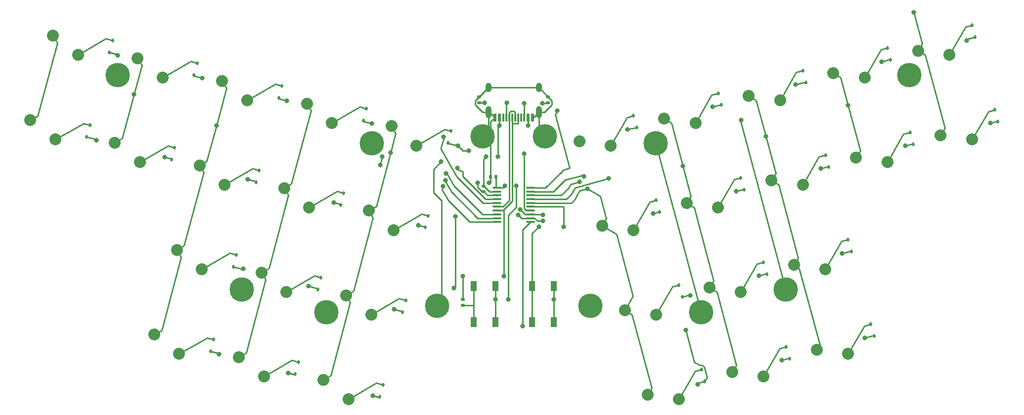
<source format=gbr>
%TF.GenerationSoftware,KiCad,Pcbnew,8.0.0*%
%TF.CreationDate,2024-03-16T16:30:29-05:00*%
%TF.ProjectId,rattlemebones32,72617474-6c65-46d6-9562-6f6e65733332,rev?*%
%TF.SameCoordinates,Original*%
%TF.FileFunction,Copper,L2,Bot*%
%TF.FilePolarity,Positive*%
%FSLAX46Y46*%
G04 Gerber Fmt 4.6, Leading zero omitted, Abs format (unit mm)*
G04 Created by KiCad (PCBNEW 8.0.0) date 2024-03-16 16:30:29*
%MOMM*%
%LPD*%
G01*
G04 APERTURE LIST*
G04 Aperture macros list*
%AMRoundRect*
0 Rectangle with rounded corners*
0 $1 Rounding radius*
0 $2 $3 $4 $5 $6 $7 $8 $9 X,Y pos of 4 corners*
0 Add a 4 corners polygon primitive as box body*
4,1,4,$2,$3,$4,$5,$6,$7,$8,$9,$2,$3,0*
0 Add four circle primitives for the rounded corners*
1,1,$1+$1,$2,$3*
1,1,$1+$1,$4,$5*
1,1,$1+$1,$6,$7*
1,1,$1+$1,$8,$9*
0 Add four rect primitives between the rounded corners*
20,1,$1+$1,$2,$3,$4,$5,0*
20,1,$1+$1,$4,$5,$6,$7,0*
20,1,$1+$1,$6,$7,$8,$9,0*
20,1,$1+$1,$8,$9,$2,$3,0*%
G04 Aperture macros list end*
%TA.AperFunction,ComponentPad*%
%ADD10C,2.032000*%
%TD*%
%TA.AperFunction,ComponentPad*%
%ADD11C,4.190000*%
%TD*%
%TA.AperFunction,SMDPad,CuDef*%
%ADD12RoundRect,0.112500X0.157195X-0.151994X0.060138X0.210228X-0.157195X0.151994X-0.060138X-0.210228X0*%
%TD*%
%TA.AperFunction,SMDPad,CuDef*%
%ADD13RoundRect,0.140000X0.140000X0.170000X-0.140000X0.170000X-0.140000X-0.170000X0.140000X-0.170000X0*%
%TD*%
%TA.AperFunction,SMDPad,CuDef*%
%ADD14RoundRect,0.112500X0.060138X-0.210228X0.157195X0.151994X-0.060138X0.210228X-0.157195X-0.151994X0*%
%TD*%
%TA.AperFunction,SMDPad,CuDef*%
%ADD15R,0.600000X1.450000*%
%TD*%
%TA.AperFunction,SMDPad,CuDef*%
%ADD16R,0.300000X1.450000*%
%TD*%
%TA.AperFunction,ComponentPad*%
%ADD17O,1.000000X1.600000*%
%TD*%
%TA.AperFunction,ComponentPad*%
%ADD18O,1.000000X2.100000*%
%TD*%
%TA.AperFunction,SMDPad,CuDef*%
%ADD19R,1.100000X1.800000*%
%TD*%
%TA.AperFunction,SMDPad,CuDef*%
%ADD20RoundRect,0.100000X0.637500X0.100000X-0.637500X0.100000X-0.637500X-0.100000X0.637500X-0.100000X0*%
%TD*%
%TA.AperFunction,SMDPad,CuDef*%
%ADD21RoundRect,0.135000X0.185000X-0.135000X0.185000X0.135000X-0.185000X0.135000X-0.185000X-0.135000X0*%
%TD*%
%TA.AperFunction,SMDPad,CuDef*%
%ADD22RoundRect,0.135000X-0.185000X0.135000X-0.185000X-0.135000X0.185000X-0.135000X0.185000X0.135000X0*%
%TD*%
%TA.AperFunction,SMDPad,CuDef*%
%ADD23RoundRect,0.140000X-0.170000X0.140000X-0.170000X-0.140000X0.170000X-0.140000X0.170000X0.140000X0*%
%TD*%
%TA.AperFunction,ViaPad*%
%ADD24C,0.800000*%
%TD*%
%TA.AperFunction,Conductor*%
%ADD25C,0.250000*%
%TD*%
G04 APERTURE END LIST*
D10*
%TO.P,SW21,2,2*%
%TO.N,col8*%
X95455063Y-45453403D03*
%TO.P,SW21,1,1*%
%TO.N,Net-(D21-A)*%
X99741174Y-48775942D03*
%TD*%
%TO.P,SW3,2,2*%
%TO.N,col9*%
X88730747Y-12593341D03*
%TO.P,SW3,1,1*%
%TO.N,Net-(D3-A)*%
X93016858Y-15915880D03*
%TD*%
%TO.P,SW28,2,2*%
%TO.N,col3*%
X205024500Y-62530479D03*
%TO.P,SW28,1,1*%
%TO.N,Net-(D28-A)*%
X210397649Y-63264827D03*
%TD*%
%TO.P,SW16,2,2*%
%TO.N,col3*%
X197259926Y-33552705D03*
%TO.P,SW16,1,1*%
%TO.N,Net-(D16-A)*%
X202633075Y-34287053D03*
%TD*%
%TO.P,SW7,2,2*%
%TO.N,col7*%
X117708524Y-20357912D03*
%TO.P,SW7,1,1*%
%TO.N,Net-(D7-A)*%
X121994635Y-23680451D03*
%TD*%
%TO.P,SW11,2,2*%
%TO.N,col6*%
X132197411Y-24240198D03*
%TO.P,SW11,1,1*%
%TO.N,Net-(D11-A)*%
X136483522Y-27562737D03*
%TD*%
%TO.P,SW27,2,2*%
%TO.N,col8*%
X91572782Y-59942288D03*
%TO.P,SW27,1,1*%
%TO.N,Net-(D27-A)*%
X95858893Y-63264827D03*
%TD*%
%TO.P,SW6,2,2*%
%TO.N,col3*%
X193377640Y-19063817D03*
%TO.P,SW6,1,1*%
%TO.N,Net-(D6-A)*%
X198750789Y-19798165D03*
%TD*%
%TO.P,SW31,2,2*%
%TO.N,col6*%
X120550556Y-67706859D03*
%TO.P,SW31,1,1*%
%TO.N,Net-(D31-A)*%
X124836667Y-71029398D03*
%TD*%
%TO.P,SW25,2,2*%
%TO.N,col6*%
X124432838Y-53217972D03*
%TO.P,SW25,1,1*%
%TO.N,Net-(D25-A)*%
X128718949Y-56540511D03*
%TD*%
%TO.P,SW5,2,2*%
%TO.N,col8*%
X103219638Y-16475626D03*
%TO.P,SW5,1,1*%
%TO.N,Net-(D5-A)*%
X107505749Y-19798165D03*
%TD*%
%TO.P,SW24,2,2*%
%TO.N,col4*%
X186653325Y-51923880D03*
%TO.P,SW24,1,1*%
%TO.N,Net-(D24-A)*%
X192026474Y-52658228D03*
%TD*%
%TO.P,SW9,2,2*%
%TO.N,col10*%
X70359578Y-23199944D03*
%TO.P,SW9,1,1*%
%TO.N,Net-(D9-A)*%
X74645689Y-26522483D03*
%TD*%
%TO.P,SW10,2,2*%
%TO.N,col1*%
X226237701Y-25788131D03*
%TO.P,SW10,1,1*%
%TO.N,Net-(D10-A)*%
X231610850Y-26522479D03*
%TD*%
%TO.P,SW23,2,2*%
%TO.N,col7*%
X109943954Y-49335689D03*
%TO.P,SW23,1,1*%
%TO.N,Net-(D23-A)*%
X114230065Y-52658228D03*
%TD*%
%TO.P,SW26,2,2*%
%TO.N,col5*%
X172164439Y-55806164D03*
%TO.P,SW26,1,1*%
%TO.N,Net-(D26-A)*%
X177537588Y-56540512D03*
%TD*%
%TO.P,SW13,2,2*%
%TO.N,col9*%
X84848460Y-27082224D03*
%TO.P,SW13,1,1*%
%TO.N,Net-(D13-A)*%
X89134571Y-30404763D03*
%TD*%
%TO.P,SW32,2,2*%
%TO.N,col5*%
X176046724Y-70295053D03*
%TO.P,SW32,1,1*%
%TO.N,Net-(D32-A)*%
X181419873Y-71029401D03*
%TD*%
%TO.P,SW19,2,2*%
%TO.N,col6*%
X128315127Y-38729085D03*
%TO.P,SW19,1,1*%
%TO.N,Net-(D19-A)*%
X132601238Y-42051624D03*
%TD*%
%TO.P,SW15,2,2*%
%TO.N,col8*%
X99337350Y-30964514D03*
%TO.P,SW15,1,1*%
%TO.N,Net-(D15-A)*%
X103623461Y-34287053D03*
%TD*%
%TO.P,SW12,2,2*%
%TO.N,col5*%
X164399867Y-26828391D03*
%TO.P,SW12,1,1*%
%TO.N,Net-(D12-A)*%
X169773016Y-27562739D03*
%TD*%
%TO.P,SW22,2,2*%
%TO.N,col3*%
X201142214Y-48041594D03*
%TO.P,SW22,1,1*%
%TO.N,Net-(D22-A)*%
X206515363Y-48775942D03*
%TD*%
%TO.P,SW20,2,2*%
%TO.N,col5*%
X168282149Y-41317276D03*
%TO.P,SW20,1,1*%
%TO.N,Net-(D20-A)*%
X173655298Y-42051624D03*
%TD*%
%TO.P,SW14,2,2*%
%TO.N,col2*%
X211748813Y-29670420D03*
%TO.P,SW14,1,1*%
%TO.N,Net-(D14-A)*%
X217121962Y-30404768D03*
%TD*%
%TO.P,SW30,2,2*%
%TO.N,col4*%
X190535612Y-66412762D03*
%TO.P,SW30,1,1*%
%TO.N,Net-(D30-A)*%
X195908761Y-67147110D03*
%TD*%
%TO.P,SW1,2,2*%
%TO.N,col10*%
X74241861Y-8711056D03*
%TO.P,SW1,1,1*%
%TO.N,Net-(D1-A)*%
X78527972Y-12033595D03*
%TD*%
%TO.P,SW18,2,2*%
%TO.N,col4*%
X182771039Y-37434993D03*
%TO.P,SW18,1,1*%
%TO.N,Net-(D18-A)*%
X188144188Y-38169341D03*
%TD*%
%TO.P,SW4,2,2*%
%TO.N,col2*%
X207866532Y-15181533D03*
%TO.P,SW4,1,1*%
%TO.N,Net-(D4-A)*%
X213239681Y-15915881D03*
%TD*%
%TO.P,SW2,2,2*%
%TO.N,col1*%
X222355415Y-11299248D03*
%TO.P,SW2,1,1*%
%TO.N,Net-(D2-A)*%
X227728564Y-12033596D03*
%TD*%
%TO.P,SW17,2,2*%
%TO.N,col7*%
X113826240Y-34846801D03*
%TO.P,SW17,1,1*%
%TO.N,Net-(D17-A)*%
X118112351Y-38169340D03*
%TD*%
%TO.P,SW29,2,2*%
%TO.N,col7*%
X106061667Y-63824574D03*
%TO.P,SW29,1,1*%
%TO.N,Net-(D29-A)*%
X110347778Y-67147113D03*
%TD*%
%TO.P,SW8,2,2*%
%TO.N,col4*%
X178888757Y-22946101D03*
%TO.P,SW8,1,1*%
%TO.N,Net-(D8-A)*%
X184261906Y-23680449D03*
%TD*%
D11*
%TO.P,H11,1,1*%
%TO.N,GND*%
X140000000Y-55000000D03*
%TD*%
D12*
%TO.P,D18,2,A*%
%TO.N,Net-(D18-A)*%
X192036519Y-33068109D03*
%TO.P,D18,1,K*%
%TO.N,row2*%
X192580039Y-35096553D03*
%TD*%
D11*
%TO.P,H4,1,1*%
%TO.N,GND*%
X121060425Y-56136813D03*
%TD*%
D13*
%TO.P,C2,2*%
%TO.N,GND*%
X149128462Y-32926925D03*
%TO.P,C2,1*%
%TO.N,+3.3V*%
X150088462Y-32926925D03*
%TD*%
D12*
%TO.P,D16,2,A*%
%TO.N,Net-(D16-A)*%
X206525411Y-29185822D03*
%TO.P,D16,1,K*%
%TO.N,row2*%
X207068931Y-31214266D03*
%TD*%
D11*
%TO.P,H9,1,1*%
%TO.N,GND*%
X147764575Y-26022225D03*
%TD*%
D14*
%TO.P,D11,2,A*%
%TO.N,Net-(D11-A)*%
X142404995Y-25091109D03*
%TO.P,D11,1,K*%
%TO.N,row1*%
X141861475Y-27119553D03*
%TD*%
D11*
%TO.P,H8,1,1*%
%TO.N,GND*%
X199685055Y-52254529D03*
%TD*%
D12*
%TO.P,D4,2,A*%
%TO.N,Net-(D4-A)*%
X217132006Y-10814649D03*
%TO.P,D4,1,K*%
%TO.N,row1*%
X217675526Y-12843093D03*
%TD*%
D15*
%TO.P,J1,A1,GND*%
%TO.N,GND*%
X149878393Y-22730378D03*
%TO.P,J1,A4,VBUS*%
%TO.N,VBUS*%
X150678393Y-22730378D03*
D16*
%TO.P,J1,A5,CC1*%
%TO.N,CC1*%
X151878393Y-22730378D03*
%TO.P,J1,A6,D+*%
%TO.N,UDP*%
X152878393Y-22730378D03*
%TO.P,J1,A7,D-*%
%TO.N,UDM*%
X153378393Y-22730378D03*
%TO.P,J1,A8,SBU1*%
%TO.N,unconnected-(J1-SBU1-PadA8)*%
X154378393Y-22730378D03*
D15*
%TO.P,J1,A9,VBUS*%
%TO.N,VBUS*%
X155578393Y-22730378D03*
%TO.P,J1,A12,GND*%
%TO.N,GND*%
X156378393Y-22730378D03*
%TO.P,J1,B1,GND*%
X156378393Y-22730378D03*
%TO.P,J1,B4,VBUS*%
%TO.N,VBUS*%
X155578393Y-22730378D03*
D16*
%TO.P,J1,B5,CC2*%
%TO.N,CC2*%
X154878393Y-22730378D03*
%TO.P,J1,B6,D+*%
%TO.N,UDP*%
X153878393Y-22730378D03*
%TO.P,J1,B7,D-*%
%TO.N,UDM*%
X152378393Y-22730378D03*
%TO.P,J1,B8,SBU2*%
%TO.N,unconnected-(J1-SBU2-PadB8)*%
X151378393Y-22730378D03*
D15*
%TO.P,J1,B9,VBUS*%
%TO.N,VBUS*%
X150678393Y-22730378D03*
%TO.P,J1,B12,GND*%
%TO.N,GND*%
X149878393Y-22730378D03*
D17*
%TO.P,J1,S1,SHIELD*%
X148808393Y-17635378D03*
D18*
X148808393Y-21815378D03*
D17*
X157448393Y-17635378D03*
D18*
X157448393Y-21815378D03*
%TD*%
D19*
%TO.P,SW33,2,2*%
%TO.N,+3.3V*%
X149978393Y-57826925D03*
X149978393Y-51626924D03*
%TO.P,SW33,1,1*%
%TO.N,BOOT*%
X146278393Y-57826926D03*
X146278393Y-51626925D03*
%TD*%
D14*
%TO.P,D31,2,A*%
%TO.N,Net-(D31-A)*%
X130758140Y-68557770D03*
%TO.P,D31,1,K*%
%TO.N,row4*%
X130214620Y-70586214D03*
%TD*%
D20*
%TO.P,U1,20,V33*%
%TO.N,+3.3V*%
X150265895Y-34801924D03*
%TO.P,U1,19,VCC/VDD*%
%TO.N,VBUS*%
X150265895Y-35451924D03*
%TO.P,U1,18,GND/VSS*%
%TO.N,GND*%
X150265895Y-36101924D03*
%TO.P,U1,17,P1.2/XI/RXD_*%
%TO.N,col6*%
X150265896Y-36751924D03*
%TO.P,U1,16,P1.3/XO/TXD_*%
%TO.N,col7*%
X150265896Y-37401924D03*
%TO.P,U1,15,P3.7/UDM*%
%TO.N,UDM*%
X150265896Y-38051924D03*
%TO.P,U1,14,P3.6/UDP*%
%TO.N,UDP*%
X150265895Y-38701924D03*
%TO.P,U1,13,P3.5/T1*%
%TO.N,col8*%
X150265895Y-39351924D03*
%TO.P,U1,12,P3.4/PWM2/RXD1_/T0*%
%TO.N,col9*%
X150265895Y-40001924D03*
%TO.P,U1,11,P3.3/INT1*%
%TO.N,col10*%
X150265895Y-40651924D03*
%TO.P,U1,10,P3.0/PWM1_/RXD*%
%TO.N,row4*%
X155990895Y-40651924D03*
%TO.P,U1,9,P3.1/PWM2_/TXD*%
%TO.N,row3*%
X155990895Y-40001924D03*
%TO.P,U1,8,P1.1/T2EX/CAP2/TIN1/VBUS2/AIN0*%
%TO.N,row2*%
X155990895Y-39351924D03*
%TO.P,U1,7,P1.0/T2/CAP1/TIN0*%
%TO.N,row1*%
X155990894Y-38701924D03*
%TO.P,U1,6,RST/T2EX_/CAP2_*%
%TO.N,RST*%
X155990894Y-38051924D03*
%TO.P,U1,5,P1.7/SCK/TXD1/TIN5*%
%TO.N,col5*%
X155990894Y-37401924D03*
%TO.P,U1,4,P1.6/MISO/RXD1/TIN4*%
%TO.N,col4*%
X155990895Y-36751924D03*
%TO.P,U1,3,P1.5/MOSI/PWM1/TIN3/UCC2/AIN2*%
%TO.N,col3*%
X155990895Y-36101924D03*
%TO.P,U1,2,P1.4/T2_/CAP1_/SCS/TIN2/UCC1/AIN1*%
%TO.N,col2*%
X155990895Y-35451924D03*
%TO.P,U1,1,P3.2/TXD1_/INT0/VBUS1/AIN3*%
%TO.N,col1*%
X155990895Y-34801924D03*
%TD*%
D14*
%TO.P,D27,2,A*%
%TO.N,Net-(D27-A)*%
X101780362Y-60793200D03*
%TO.P,D27,1,K*%
%TO.N,row4*%
X101236842Y-62821644D03*
%TD*%
D11*
%TO.P,H3,1,1*%
%TO.N,GND*%
X106571537Y-52254528D03*
%TD*%
%TO.P,H10,1,1*%
%TO.N,GND*%
X158492016Y-26022227D03*
%TD*%
D14*
%TO.P,D17,2,A*%
%TO.N,Net-(D17-A)*%
X124033823Y-35697712D03*
%TO.P,D17,1,K*%
%TO.N,row2*%
X123490303Y-37726156D03*
%TD*%
%TO.P,D9,2,A*%
%TO.N,Net-(D9-A)*%
X80567158Y-24050852D03*
%TO.P,D9,1,K*%
%TO.N,row2*%
X80023638Y-26079296D03*
%TD*%
D12*
%TO.P,D26,2,A*%
%TO.N,Net-(D26-A)*%
X181429919Y-51439283D03*
%TO.P,D26,1,K*%
%TO.N,row3*%
X181973439Y-53467727D03*
%TD*%
D19*
%TO.P,SW34,2,2*%
%TO.N,+3.3V*%
X159978393Y-57826925D03*
X159978393Y-51626924D03*
%TO.P,SW34,1,1*%
%TO.N,RST*%
X156278393Y-57826926D03*
X156278393Y-51626925D03*
%TD*%
D11*
%TO.P,H2,1,1*%
%TO.N,GND*%
X128824998Y-27159037D03*
%TD*%
D21*
%TO.P,R4,2*%
%TO.N,GND*%
X147208466Y-19216923D03*
%TO.P,R4,1*%
%TO.N,CC1*%
X147208466Y-20236923D03*
%TD*%
D12*
%TO.P,D6,2,A*%
%TO.N,Net-(D6-A)*%
X202643119Y-14696938D03*
%TO.P,D6,1,K*%
%TO.N,row1*%
X203186639Y-16725382D03*
%TD*%
%TO.P,D12,2,A*%
%TO.N,Net-(D12-A)*%
X173665346Y-22461509D03*
%TO.P,D12,1,K*%
%TO.N,row1*%
X174208866Y-24489953D03*
%TD*%
D11*
%TO.P,H1,1,1*%
%TO.N,GND*%
X85358332Y-15512182D03*
%TD*%
D12*
%TO.P,D32,2,A*%
%TO.N,Net-(D32-A)*%
X185312204Y-65928171D03*
%TO.P,D32,1,K*%
%TO.N,row4*%
X185855724Y-67956615D03*
%TD*%
D21*
%TO.P,R5,2*%
%TO.N,GND*%
X159008462Y-19216923D03*
%TO.P,R5,1*%
%TO.N,CC2*%
X159008462Y-20236923D03*
%TD*%
D11*
%TO.P,H6,1,1*%
%TO.N,GND*%
X220898259Y-15512180D03*
%TD*%
D12*
%TO.P,D22,2,A*%
%TO.N,Net-(D22-A)*%
X210407696Y-43674711D03*
%TO.P,D22,1,K*%
%TO.N,row3*%
X210951216Y-45703155D03*
%TD*%
D22*
%TO.P,R1,2*%
%TO.N,BOOT*%
X144408463Y-54926923D03*
%TO.P,R1,1*%
%TO.N,UDP*%
X144408463Y-53906923D03*
%TD*%
D14*
%TO.P,D13,2,A*%
%TO.N,Net-(D13-A)*%
X95056048Y-27933139D03*
%TO.P,D13,1,K*%
%TO.N,row2*%
X94512528Y-29961583D03*
%TD*%
%TO.P,D7,2,A*%
%TO.N,Net-(D7-A)*%
X127916110Y-21208824D03*
%TO.P,D7,1,K*%
%TO.N,row1*%
X127372590Y-23237268D03*
%TD*%
D12*
%TO.P,D10,2,A*%
%TO.N,Net-(D10-A)*%
X235503186Y-21421251D03*
%TO.P,D10,1,K*%
%TO.N,row2*%
X236046706Y-23449695D03*
%TD*%
D11*
%TO.P,H5,1,1*%
%TO.N,GND*%
X177431599Y-27159038D03*
%TD*%
D12*
%TO.P,D28,2,A*%
%TO.N,Net-(D28-A)*%
X214289979Y-58163598D03*
%TO.P,D28,1,K*%
%TO.N,row4*%
X214833499Y-60192042D03*
%TD*%
D11*
%TO.P,H12,1,1*%
%TO.N,GND*%
X166256587Y-55000004D03*
%TD*%
D14*
%TO.P,D5,2,A*%
%TO.N,Net-(D5-A)*%
X113427221Y-17326538D03*
%TO.P,D5,1,K*%
%TO.N,row1*%
X112883701Y-19354982D03*
%TD*%
%TO.P,D3,2,A*%
%TO.N,Net-(D3-A)*%
X98938335Y-13444255D03*
%TO.P,D3,1,K*%
%TO.N,row1*%
X98394815Y-15472699D03*
%TD*%
%TO.P,D23,2,A*%
%TO.N,Net-(D23-A)*%
X120151535Y-50186599D03*
%TO.P,D23,1,K*%
%TO.N,row3*%
X119608015Y-52215043D03*
%TD*%
D12*
%TO.P,D2,2,A*%
%TO.N,Net-(D2-A)*%
X231620896Y-6932364D03*
%TO.P,D2,1,K*%
%TO.N,row1*%
X232164416Y-8960808D03*
%TD*%
D14*
%TO.P,D21,2,A*%
%TO.N,Net-(D21-A)*%
X105662650Y-46304312D03*
%TO.P,D21,1,K*%
%TO.N,row3*%
X105119130Y-48332756D03*
%TD*%
D11*
%TO.P,H7,1,1*%
%TO.N,GND*%
X185196166Y-56136813D03*
%TD*%
D14*
%TO.P,D25,2,A*%
%TO.N,Net-(D25-A)*%
X134640426Y-54068884D03*
%TO.P,D25,1,K*%
%TO.N,row3*%
X134096906Y-56097328D03*
%TD*%
D12*
%TO.P,D14,2,A*%
%TO.N,Net-(D14-A)*%
X221014296Y-25303538D03*
%TO.P,D14,1,K*%
%TO.N,row2*%
X221557816Y-27331982D03*
%TD*%
D14*
%TO.P,D29,2,A*%
%TO.N,Net-(D29-A)*%
X116269250Y-64675487D03*
%TO.P,D29,1,K*%
%TO.N,row4*%
X115725730Y-66703931D03*
%TD*%
D12*
%TO.P,D8,2,A*%
%TO.N,Net-(D8-A)*%
X188154234Y-18579220D03*
%TO.P,D8,1,K*%
%TO.N,row1*%
X188697754Y-20607664D03*
%TD*%
%TO.P,D20,2,A*%
%TO.N,Net-(D20-A)*%
X177547633Y-36950395D03*
%TO.P,D20,1,K*%
%TO.N,row2*%
X178091153Y-38978839D03*
%TD*%
D14*
%TO.P,D15,2,A*%
%TO.N,Net-(D15-A)*%
X109544937Y-31815426D03*
%TO.P,D15,1,K*%
%TO.N,row2*%
X109001417Y-33843870D03*
%TD*%
%TO.P,D19,2,A*%
%TO.N,Net-(D19-A)*%
X138522711Y-39579996D03*
%TO.P,D19,1,K*%
%TO.N,row2*%
X137979191Y-41608440D03*
%TD*%
D12*
%TO.P,D30,2,A*%
%TO.N,Net-(D30-A)*%
X199801090Y-62045883D03*
%TO.P,D30,1,K*%
%TO.N,row4*%
X200344610Y-64074327D03*
%TD*%
%TO.P,D24,2,A*%
%TO.N,Net-(D24-A)*%
X195918805Y-47556997D03*
%TO.P,D24,1,K*%
%TO.N,row3*%
X196462325Y-49585441D03*
%TD*%
D23*
%TO.P,C1,2*%
%TO.N,GND*%
X148008463Y-35459903D03*
%TO.P,C1,1*%
%TO.N,VBUS*%
X148008463Y-34499903D03*
%TD*%
D14*
%TO.P,D1,2,A*%
%TO.N,Net-(D1-A)*%
X84449445Y-9561967D03*
%TO.P,D1,1,K*%
%TO.N,row1*%
X83905925Y-11590411D03*
%TD*%
D24*
%TO.N,VBUS*%
X155627195Y-24159906D03*
X150677196Y-24159905D03*
X148403964Y-29459903D03*
X150427198Y-29459905D03*
%TO.N,GND*%
X192104275Y-23227504D03*
X148927198Y-33959905D03*
X146927197Y-33959902D03*
X140673140Y-30333738D03*
%TO.N,+3.3V*%
X159978393Y-53948085D03*
X151653894Y-34448084D03*
X153602894Y-34448085D03*
X149978393Y-53948084D03*
X152173139Y-53948083D03*
%TO.N,row1*%
X230664016Y-9525915D03*
X154927196Y-28959905D03*
X216110424Y-13166719D03*
X85331925Y-12126080D03*
X187132649Y-20931290D03*
X172643762Y-24813576D03*
X128798588Y-23772937D03*
X145427196Y-28459904D03*
X99820813Y-16008366D03*
X201380055Y-17113709D03*
X143549664Y-27619124D03*
X114309701Y-19890651D03*
%TO.N,row2*%
X107594341Y-33361601D03*
X136813598Y-41190876D03*
X122324711Y-37308590D03*
X158173139Y-39448085D03*
X81691121Y-26679672D03*
X177009011Y-39173054D03*
X205745304Y-31473187D03*
X234723079Y-23708616D03*
X93346935Y-29544019D03*
X191256417Y-35355473D03*
X154212752Y-38496008D03*
X220234191Y-27590902D03*
%TO.N,row3*%
X132689832Y-55615060D03*
X209386108Y-46026779D03*
X143157189Y-39689893D03*
X183370816Y-53256375D03*
X195138702Y-49844360D03*
X153927196Y-39459903D03*
X117959462Y-51668069D03*
X106851315Y-48691650D03*
X158173139Y-40448084D03*
X142927196Y-51959904D03*
%TO.N,row4*%
X102662844Y-63357314D03*
X199020988Y-64333248D03*
X213268394Y-60515667D03*
X184596805Y-68457015D03*
X182607356Y-59214193D03*
X128984322Y-70410134D03*
X114495434Y-66527846D03*
X154673140Y-58459905D03*
%TO.N,CC1*%
X148177196Y-20209903D03*
X151927197Y-20209905D03*
%TO.N,UDP*%
X151427199Y-49959904D03*
X144427195Y-49959903D03*
%TO.N,CC2*%
X158077197Y-20309905D03*
X154877197Y-20309903D03*
%TO.N,col1*%
X221607839Y-4705577D03*
X160616600Y-21624999D03*
%TO.N,col10*%
X141036274Y-34499755D03*
%TO.N,col2*%
X165171318Y-32827881D03*
X210384654Y-20653772D03*
%TO.N,col9*%
X141421861Y-33483490D03*
X88113056Y-18824119D03*
%TO.N,col3*%
X164401128Y-33817200D03*
X196283992Y-25984948D03*
%TO.N,col8*%
X130255523Y-30892617D03*
X141510417Y-32355444D03*
X102213718Y-24155295D03*
X130649870Y-29420893D03*
%TO.N,col4*%
X182118628Y-31074641D03*
X169418274Y-33222916D03*
%TO.N,col7*%
X141131479Y-26042250D03*
%TO.N,col5*%
X165782861Y-34947598D03*
%TO.N,col6*%
X143507916Y-31442524D03*
X132032653Y-28780607D03*
%TO.N,RST*%
X161673140Y-41448084D03*
X157427197Y-41459905D03*
%TD*%
D25*
%TO.N,row1*%
X112988596Y-19536662D02*
X112883701Y-19354982D01*
X155253395Y-38701924D02*
X154927196Y-38375727D01*
X174095598Y-24424558D02*
X174208866Y-24489953D01*
X83905925Y-11590411D02*
X85227032Y-11944401D01*
X99820813Y-16008366D02*
X98499708Y-15654376D01*
X217562262Y-12777700D02*
X217675526Y-12843093D01*
X145427196Y-28459904D02*
X144390444Y-28459903D01*
X98444306Y-15558416D02*
X98394814Y-15472697D01*
X172643762Y-24813576D02*
X174095598Y-24424558D01*
X127422080Y-23322989D02*
X127372587Y-23237269D01*
X85227032Y-11944401D02*
X85331925Y-12126080D01*
X154927196Y-38375727D02*
X154927196Y-28959905D01*
X155990892Y-38701925D02*
X155253395Y-38701924D01*
X112933194Y-19440705D02*
X112883702Y-19354981D01*
X232164416Y-8960808D02*
X230775399Y-9332994D01*
X203073371Y-16659987D02*
X203186639Y-16725382D01*
X98499708Y-15654376D02*
X98394814Y-15472697D01*
X216110424Y-13166719D02*
X217562262Y-12777700D01*
X230775399Y-9332994D02*
X230664016Y-9525915D01*
X127477484Y-23418949D02*
X127372590Y-23237268D01*
X143549664Y-27619124D02*
X141893730Y-27175417D01*
X201380055Y-17113709D02*
X203073371Y-16659987D01*
X144390444Y-28459903D02*
X143549664Y-27619124D01*
X187132649Y-20931290D02*
X188584489Y-20542271D01*
X114309701Y-19890651D02*
X112988596Y-19536662D01*
X128798588Y-23772937D02*
X127477484Y-23418949D01*
X141893730Y-27175417D02*
X141861475Y-27119554D01*
%TO.N,+3.3V*%
X149978393Y-53948084D02*
X149978394Y-57826925D01*
X150265893Y-34801924D02*
X151300055Y-34801924D01*
X150088461Y-34624493D02*
X150265892Y-34801924D01*
X150088464Y-32926923D02*
X150088461Y-34624493D01*
X151300055Y-34801924D02*
X151653894Y-34448084D01*
X159978393Y-51626926D02*
X159978393Y-53948085D01*
X152173140Y-39510313D02*
X152173139Y-53948083D01*
X153602894Y-34448085D02*
X153602893Y-38080559D01*
X153602893Y-38080559D02*
X152173140Y-39510313D01*
X149978392Y-51626923D02*
X149978393Y-53948084D01*
X159978393Y-53948085D02*
X159978395Y-57826925D01*
%TO.N,col5*%
X176046725Y-70295053D02*
X176765145Y-69050714D01*
%TO.N,col6*%
X129559466Y-38010665D02*
X132032653Y-28780607D01*
X121794897Y-66988440D02*
X125151260Y-54462316D01*
X144427198Y-31959904D02*
X143693056Y-31763192D01*
X129033545Y-39973423D02*
X128315126Y-38729086D01*
X125151260Y-54462316D02*
X124432839Y-53217973D01*
X124432839Y-53217973D02*
X125677180Y-52499553D01*
X120550558Y-67706859D02*
X121794897Y-66988440D01*
X132032653Y-28780607D02*
X132915833Y-25484536D01*
%TO.N,col5*%
X170712614Y-42720506D02*
X168282150Y-41317276D01*
X163427196Y-36959903D02*
X164370863Y-35325423D01*
X155990892Y-37401925D02*
X162985175Y-37401922D01*
X168282150Y-41317276D02*
X169000569Y-40072937D01*
X167964784Y-36207332D02*
X165782861Y-34947598D01*
X165782247Y-34947244D02*
X165782861Y-34947598D01*
X173567666Y-53375705D02*
X170712614Y-42720506D01*
X164370863Y-35325423D02*
X165782247Y-34947244D01*
%TO.N,col6*%
X150265895Y-36751925D02*
X148332874Y-36751925D01*
X128315126Y-38729086D02*
X129559466Y-38010665D01*
X125677180Y-52499553D02*
X129033545Y-39973423D01*
%TO.N,RST*%
X156278393Y-51626922D02*
X156278393Y-57826924D01*
X156278396Y-42608708D02*
X156278393Y-51626922D01*
X157427197Y-41459905D02*
X156278396Y-42608708D01*
X161673140Y-41448084D02*
X161673139Y-38126425D01*
X155990894Y-38051924D02*
X161598639Y-38051923D01*
%TO.N,col6*%
X148332874Y-36751925D02*
X144427197Y-32846249D01*
%TO.N,RST*%
X161598639Y-38051923D02*
X161673139Y-38126425D01*
%TO.N,col6*%
X143693056Y-31763192D02*
X143507916Y-31442524D01*
X144427197Y-32846249D02*
X144427198Y-31959904D01*
X132915833Y-25484536D02*
X132197414Y-24240198D01*
%TO.N,col3*%
X162846423Y-34233782D02*
X164401128Y-33817200D01*
%TO.N,col10*%
X71603918Y-22481524D02*
X74960284Y-9955397D01*
%TO.N,col3*%
X197978346Y-32308366D02*
X197259927Y-33552705D01*
X162427196Y-34959905D02*
X162846423Y-34233782D01*
X155990895Y-36101924D02*
X161285177Y-36101923D01*
%TO.N,col10*%
X145619215Y-40651922D02*
X141927197Y-36959905D01*
%TO.N,col9*%
X146969220Y-40001923D02*
X142427196Y-35459903D01*
X142427196Y-35459903D02*
X141378830Y-33644082D01*
X141378830Y-33644082D02*
X141421861Y-33483490D01*
X86092801Y-26363805D02*
X88113056Y-18824119D01*
X84848464Y-27082226D02*
X86092801Y-26363805D01*
X89449166Y-13837680D02*
X88730748Y-12593342D01*
X88113056Y-18824119D02*
X89449166Y-13837680D01*
X150265892Y-40001924D02*
X146969220Y-40001923D01*
%TO.N,col2*%
X155990892Y-35451924D02*
X159935176Y-35451925D01*
X161927195Y-33459904D02*
X164890664Y-32665845D01*
X159935176Y-35451925D02*
X161927195Y-33459904D01*
X210384654Y-20653772D02*
X212467236Y-28426074D01*
X212467236Y-28426074D02*
X211748813Y-29670420D01*
X164890664Y-32665845D02*
X165171318Y-32827881D01*
X207866533Y-15181533D02*
X209110872Y-15899953D01*
X209110872Y-15899953D02*
X210384654Y-20653772D01*
%TO.N,col10*%
X140868448Y-35126095D02*
X141036274Y-34499755D01*
X74960284Y-9955397D02*
X74241863Y-8711056D01*
X150265896Y-40651922D02*
X145619215Y-40651922D01*
X70359579Y-23199943D02*
X71603918Y-22481524D01*
X141927197Y-36959905D02*
X140868448Y-35126095D01*
%TO.N,col1*%
X226956120Y-24543794D02*
X226237702Y-25788131D01*
X223051537Y-10093530D02*
X222355415Y-11299249D01*
X223599755Y-12017669D02*
X226956120Y-24543794D01*
%TO.N,UDP*%
X144408464Y-51587235D02*
X144427199Y-51568499D01*
%TO.N,col1*%
X221607839Y-4705577D02*
X223051537Y-10093530D01*
X158585177Y-34801924D02*
X161427197Y-31959904D01*
X161427197Y-31959904D02*
X161563348Y-31724080D01*
X155990892Y-34801925D02*
X158585177Y-34801924D01*
X222355415Y-11299249D02*
X223599755Y-12017669D01*
X160263046Y-22237371D02*
X160616600Y-21624999D01*
X161563348Y-31724080D02*
X162721828Y-31413666D01*
X162721828Y-31413666D02*
X160263046Y-22237371D01*
%TO.N,UDP*%
X151271572Y-38701924D02*
X150265895Y-38701925D01*
X151427199Y-49959904D02*
X151427195Y-38546298D01*
%TO.N,BOOT*%
X146278393Y-51626924D02*
X146278391Y-54959903D01*
X144408463Y-54926923D02*
X146245413Y-54926923D01*
X146245413Y-54926923D02*
X146278391Y-54959903D01*
X146278391Y-54959903D02*
X146278393Y-57826924D01*
%TO.N,CC2*%
X154878391Y-20311099D02*
X154877197Y-20309903D01*
X158077197Y-20309905D02*
X158935484Y-20309906D01*
%TO.N,UDP*%
X151427195Y-38546298D02*
X151470394Y-38503103D01*
%TO.N,CC2*%
X158935484Y-20309906D02*
X159008464Y-20236924D01*
X154878391Y-22730378D02*
X154878391Y-20311099D01*
%TO.N,UDM*%
X152378393Y-36958707D02*
X151285176Y-38051923D01*
X152593773Y-21680379D02*
X153163013Y-21680379D01*
X151285176Y-38051923D02*
X150265891Y-38051923D01*
X153163013Y-21680379D02*
X153378392Y-21895759D01*
X153378392Y-21895759D02*
X153378394Y-22730379D01*
X152378393Y-22730380D02*
X152378393Y-36958707D01*
X152378393Y-21895758D02*
X152593773Y-21680379D01*
%TO.N,UDP*%
X153806724Y-23780379D02*
X153878394Y-23708708D01*
%TO.N,UDM*%
X152378393Y-22730380D02*
X152378393Y-21895758D01*
%TO.N,col5*%
X176765145Y-69050714D02*
X173408779Y-56524584D01*
X169000569Y-40072937D02*
X167964784Y-36207332D01*
X172164440Y-55806165D02*
X173567666Y-53375705D01*
X162985175Y-37401922D02*
X163427196Y-36959903D01*
X173408779Y-56524584D02*
X172164440Y-55806165D01*
%TO.N,col7*%
X147869217Y-37401924D02*
X143427195Y-32959902D01*
X150265894Y-37401925D02*
X147869217Y-37401924D01*
X118426945Y-21602253D02*
X115070580Y-34128381D01*
X111188294Y-48617270D02*
X109943957Y-49335689D01*
X107306012Y-63106152D02*
X106061669Y-63824572D01*
X115070580Y-34128381D02*
X113826241Y-34846800D01*
X109943957Y-49335689D02*
X110662376Y-50580029D01*
X140649000Y-28147923D02*
X140722193Y-27874758D01*
X117708526Y-20357912D02*
X118426945Y-21602253D01*
X114544660Y-36091140D02*
X111188294Y-48617270D01*
X113826241Y-34846800D02*
X114544660Y-36091140D01*
X141187305Y-26138941D02*
X141131479Y-26042250D01*
X110662376Y-50580029D02*
X107306012Y-63106152D01*
X140722193Y-27874758D02*
X141187305Y-26138941D01*
X143427195Y-32959902D02*
X140649000Y-28147923D01*
%TO.N,col4*%
X187897669Y-52642302D02*
X186653325Y-51923880D01*
X187371745Y-50679541D02*
X184015379Y-38153413D01*
X182771040Y-37434993D02*
X183489460Y-36190653D01*
X184015379Y-38153413D02*
X182771040Y-37434993D01*
X190535613Y-66412762D02*
X191254033Y-65168423D01*
X186653325Y-51923880D02*
X187371745Y-50679541D01*
X182118628Y-31074641D02*
X180133092Y-23664519D01*
X183489460Y-36190653D02*
X182118628Y-31074641D01*
X191254033Y-65168423D02*
X187897669Y-52642302D01*
X162135178Y-36751924D02*
X162927197Y-35959903D01*
%TO.N,col8*%
X141820668Y-32543340D02*
X141670801Y-32503183D01*
X150265891Y-39351924D02*
X147819219Y-39351924D01*
%TO.N,col4*%
X162927197Y-35959903D02*
X163608643Y-34779603D01*
%TO.N,col8*%
X96699403Y-44734982D02*
X100055771Y-32208850D01*
%TO.N,col3*%
X202031258Y-48554884D02*
X205537790Y-61641437D01*
%TO.N,col4*%
X180133092Y-23664519D02*
X178888757Y-22946102D01*
%TO.N,col8*%
X100581692Y-30246094D02*
X102213718Y-24155295D01*
X100055771Y-32208850D02*
X99337352Y-30964513D01*
X99337352Y-30964513D02*
X100581692Y-30246094D01*
X102213718Y-24155295D02*
X103938058Y-17719965D01*
X141670801Y-32503183D02*
X141581974Y-32479383D01*
X95455064Y-45453403D02*
X96699403Y-44734982D01*
X147819219Y-39351924D02*
X142927197Y-34459903D01*
%TO.N,col3*%
X196283992Y-25984948D02*
X197978346Y-32308366D01*
%TO.N,col8*%
X92817122Y-59223869D02*
X96173487Y-46697746D01*
%TO.N,col4*%
X155990892Y-36751924D02*
X162135178Y-36751924D01*
X163608643Y-34779603D02*
X169418274Y-33222916D01*
%TO.N,col8*%
X142927197Y-34459903D02*
X141820668Y-32543340D01*
X91572783Y-59942289D02*
X92817122Y-59223869D01*
X130649870Y-29420893D02*
X130255523Y-30892617D01*
X103938058Y-17719965D02*
X103219639Y-16475626D01*
X96173487Y-46697746D02*
X95455064Y-45453403D01*
X141581974Y-32479383D02*
X141510417Y-32355444D01*
%TO.N,col3*%
X201860633Y-46797257D02*
X201142215Y-48041594D01*
X161285177Y-36101923D02*
X162427196Y-34959905D01*
X197259927Y-33552705D02*
X198504266Y-34271125D01*
X205537790Y-61641437D02*
X205024501Y-62530479D01*
X194621980Y-19782237D02*
X196283992Y-25984948D01*
X193377641Y-19063817D02*
X194621980Y-19782237D01*
X198504266Y-34271125D02*
X201860633Y-46797257D01*
X201142215Y-48041594D02*
X202031258Y-48554884D01*
%TO.N,Net-(D26-A)*%
X181429919Y-51439283D02*
X180309447Y-51739513D01*
X180309447Y-51739513D02*
X177537589Y-56540513D01*
%TO.N,Net-(D25-A)*%
X133519950Y-53768653D02*
X128718948Y-56540512D01*
X134640426Y-54068884D02*
X133519950Y-53768653D01*
%TO.N,Net-(D24-A)*%
X195918805Y-47556997D02*
X194798334Y-47857226D01*
X194798334Y-47857226D02*
X192026474Y-52658228D01*
%TO.N,Net-(D23-A)*%
X120151535Y-50186598D02*
X119031065Y-49886369D01*
X119031065Y-49886369D02*
X114230066Y-52658229D01*
%TO.N,Net-(D22-A)*%
X210407696Y-43674711D02*
X209287223Y-43974941D01*
X209287223Y-43974941D02*
X206515364Y-48775942D01*
%TO.N,Net-(D21-A)*%
X105662650Y-46304312D02*
X104542176Y-46004082D01*
X104542176Y-46004082D02*
X99741173Y-48775942D01*
%TO.N,row3*%
X209386108Y-46026779D02*
X210837948Y-45637760D01*
X132689832Y-55615060D02*
X134025023Y-55972822D01*
X183177898Y-53144994D02*
X183370816Y-53256375D01*
X181973439Y-53467727D02*
X183177898Y-53144994D01*
X155990893Y-40001925D02*
X156728394Y-40001924D01*
X156728394Y-40001924D02*
X157174553Y-40448083D01*
X143157186Y-51729914D02*
X142927196Y-51959904D01*
X134025023Y-55972822D02*
X134096906Y-56097329D01*
X105119130Y-48332756D02*
X106726810Y-48763532D01*
X117959462Y-51668069D02*
X119536130Y-52090535D01*
X143157189Y-39689893D02*
X143157186Y-51729914D01*
X154469216Y-40001925D02*
X153927196Y-39459903D01*
X195138702Y-49844360D02*
X196349059Y-49520046D01*
X155990893Y-40001925D02*
X154469216Y-40001925D01*
X157174553Y-40448083D02*
X158173139Y-40448084D01*
X196349059Y-49520046D02*
X196462325Y-49585441D01*
X210837948Y-45637760D02*
X210951216Y-45703155D01*
X106726810Y-48763532D02*
X106851315Y-48691650D01*
X119536130Y-52090535D02*
X119608016Y-52215044D01*
%TO.N,UDP*%
X152878393Y-23661101D02*
X152878392Y-37095102D01*
X144408461Y-53906924D02*
X144408464Y-51587235D01*
X152878394Y-22730378D02*
X152878393Y-23661101D01*
X152997668Y-23780378D02*
X153806724Y-23780379D01*
X151470394Y-38503103D02*
X151271572Y-38701924D01*
X153878394Y-23708708D02*
X153878392Y-22730378D01*
X152878393Y-23661101D02*
X152997668Y-23780378D01*
X152878392Y-37095102D02*
X151470394Y-38503103D01*
X144427199Y-51568499D02*
X144427195Y-49959903D01*
%TO.N,CC1*%
X147208463Y-20236925D02*
X148150178Y-20236923D01*
X151878396Y-20258708D02*
X151878392Y-22730379D01*
X151927197Y-20209905D02*
X151878396Y-20258708D01*
X148150178Y-20236923D02*
X148177196Y-20209903D01*
%TO.N,Net-(D32-A)*%
X185312204Y-65928171D02*
X184191733Y-66228400D01*
X184191733Y-66228400D02*
X181419874Y-71029401D01*
%TO.N,Net-(D31-A)*%
X130758140Y-68557770D02*
X129637666Y-68257539D01*
X129637666Y-68257539D02*
X124836666Y-71029398D01*
%TO.N,Net-(D30-A)*%
X199801090Y-62045882D02*
X198680620Y-62346112D01*
X198680620Y-62346112D02*
X195908762Y-67147110D01*
%TO.N,Net-(D29-A)*%
X116269249Y-64675486D02*
X115148774Y-64375255D01*
X115148774Y-64375255D02*
X110347778Y-67147112D01*
%TO.N,Net-(D28-A)*%
X214289979Y-58163598D02*
X213169508Y-58463828D01*
X213169508Y-58463828D02*
X210397650Y-63264827D01*
%TO.N,Net-(D27-A)*%
X101780362Y-60793200D02*
X100659890Y-60492970D01*
X100659890Y-60492970D02*
X95858892Y-63264828D01*
%TO.N,row4*%
X185747225Y-65426654D02*
X185279050Y-65156354D01*
X115544048Y-66808823D02*
X115725730Y-66703930D01*
X185855724Y-67956615D02*
X186244633Y-67283005D01*
X184073138Y-64684565D02*
X182607356Y-59214193D01*
X199020988Y-64333248D02*
X200231345Y-64008933D01*
X102557950Y-63175634D02*
X102662844Y-63357314D01*
X114495434Y-66527846D02*
X115544048Y-66808823D01*
X184708187Y-68264097D02*
X184596805Y-68457015D01*
X185013529Y-65227500D02*
X184073138Y-64684565D01*
X185279050Y-65156354D02*
X185013529Y-65227500D01*
X154673139Y-41969678D02*
X154673140Y-58459905D01*
X130032938Y-70691109D02*
X130214620Y-70586214D01*
X101236843Y-62821645D02*
X102557950Y-63175634D01*
X200231345Y-64008933D02*
X200344610Y-64074327D01*
X213268394Y-60515667D02*
X214720233Y-60126648D01*
X185855724Y-67956615D02*
X184708187Y-68264097D01*
X155990894Y-40651925D02*
X154673139Y-41969678D01*
X186244633Y-67283005D02*
X185747225Y-65426654D01*
X214720233Y-60126648D02*
X214833499Y-60192042D01*
X128984322Y-70410134D02*
X130032938Y-70691109D01*
%TO.N,row2*%
X136813598Y-41190876D02*
X137907310Y-41483935D01*
%TO.N,Net-(D8-A)*%
X188154234Y-18579220D02*
X187033765Y-18879449D01*
X187033765Y-18879449D02*
X184261906Y-23680450D01*
%TO.N,Net-(D7-A)*%
X127916110Y-21208823D02*
X126795636Y-20908592D01*
X126795636Y-20908592D02*
X121994634Y-23680450D01*
%TO.N,Net-(D6-A)*%
X201522647Y-14997168D02*
X198750790Y-19798165D01*
X202643119Y-14696938D02*
X201522647Y-14997168D01*
%TO.N,Net-(D5-A)*%
X112306748Y-17026307D02*
X107505748Y-19798166D01*
X113427221Y-17326537D02*
X112306748Y-17026307D01*
%TO.N,Net-(D4-A)*%
X217132006Y-10814649D02*
X216011543Y-11114876D01*
X216011543Y-11114876D02*
X213239682Y-15915881D01*
%TO.N,Net-(D3-A)*%
X98938335Y-13444254D02*
X97817858Y-13144023D01*
X97817858Y-13144023D02*
X93016857Y-15915882D01*
%TO.N,Net-(D2-A)*%
X231620896Y-6932364D02*
X230500425Y-7232593D01*
X230500425Y-7232593D02*
X227728564Y-12033597D01*
%TO.N,Net-(D1-A)*%
X84449445Y-9561967D02*
X83328971Y-9261736D01*
X84307792Y-9643747D02*
X84449443Y-9561968D01*
X83328971Y-9261736D02*
X78527971Y-12033594D01*
%TO.N,row1*%
X188584489Y-20542271D02*
X188697754Y-20607664D01*
%TO.N,Net-(D20-A)*%
X177547633Y-36950395D02*
X176427156Y-37250626D01*
X176427156Y-37250626D02*
X173655299Y-42051624D01*
%TO.N,Net-(D19-A)*%
X137402239Y-39279765D02*
X132601237Y-42051626D01*
X138522711Y-39579996D02*
X137402239Y-39279765D01*
%TO.N,Net-(D18-A)*%
X190916049Y-33368337D02*
X188144189Y-38169341D01*
X192036519Y-33068108D02*
X190916049Y-33368337D01*
%TO.N,Net-(D17-A)*%
X124033823Y-35697712D02*
X122913349Y-35397481D01*
X122913349Y-35397481D02*
X118112350Y-38169340D01*
%TO.N,Net-(D16-A)*%
X206525411Y-29185822D02*
X205404935Y-29486052D01*
X205404935Y-29486052D02*
X202633076Y-34287053D01*
%TO.N,Net-(D15-A)*%
X108424462Y-31515194D02*
X103623462Y-34287053D01*
X109544938Y-31815425D02*
X108424462Y-31515194D01*
%TO.N,Net-(D14-A)*%
X221014296Y-25303537D02*
X219893821Y-25603768D01*
X219893821Y-25603768D02*
X217121962Y-30404768D01*
%TO.N,Net-(D13-A)*%
X95056048Y-27933140D02*
X93935569Y-27632908D01*
X93935569Y-27632908D02*
X89134573Y-30404765D01*
%TO.N,Net-(D12-A)*%
X173665346Y-22461509D02*
X172544876Y-22761738D01*
X172544876Y-22761738D02*
X169773017Y-27562739D01*
%TO.N,Net-(D11-A)*%
X142404995Y-25091109D02*
X141284523Y-24790879D01*
X141284523Y-24790879D02*
X136483523Y-27562738D01*
%TO.N,Net-(D10-A)*%
X235503186Y-21421251D02*
X234382707Y-21721483D01*
X234382707Y-21721483D02*
X231610851Y-26522479D01*
%TO.N,Net-(D9-A)*%
X80635631Y-24169451D02*
X80567160Y-24050853D01*
X80567159Y-24050852D02*
X79446688Y-23750623D01*
%TO.N,row2*%
X80023638Y-26079296D02*
X81586227Y-26497991D01*
%TO.N,Net-(D9-A)*%
X79446688Y-23750623D02*
X74645688Y-26522482D01*
%TO.N,row2*%
X123418418Y-37601650D02*
X123490303Y-37726156D01*
X220234191Y-27590902D02*
X221444550Y-27266587D01*
X155068669Y-39351923D02*
X154212752Y-38496008D01*
X93346935Y-29544019D02*
X94440645Y-29837078D01*
X108929534Y-33719365D02*
X109001418Y-33843870D01*
X155990891Y-39351923D02*
X155068669Y-39351923D01*
X191256417Y-35355473D02*
X192466774Y-35031159D01*
X192466774Y-35031159D02*
X192580039Y-35096553D01*
X137907310Y-41483935D02*
X137979191Y-41608440D01*
X81586227Y-26497991D02*
X81691121Y-26679672D01*
X235933439Y-23384301D02*
X236046706Y-23449696D01*
X107594341Y-33361601D02*
X108929534Y-33719365D01*
X155990892Y-39351923D02*
X158076980Y-39351925D01*
X205745304Y-31473187D02*
X206955665Y-31148872D01*
X122324711Y-37308590D02*
X123418418Y-37601650D01*
X234723079Y-23708616D02*
X235933439Y-23384301D01*
X206955665Y-31148872D02*
X207068931Y-31214266D01*
X158076980Y-39351925D02*
X158173139Y-39448085D01*
X177977886Y-38913444D02*
X178091153Y-38978839D01*
X221444550Y-27266587D02*
X221557816Y-27331982D01*
X94440645Y-29837078D02*
X94512528Y-29961583D01*
X177009011Y-39173054D02*
X177977886Y-38913444D01*
%TO.N,GND*%
X146927199Y-34688639D02*
X147698461Y-35459904D01*
X148808393Y-17635378D02*
X148790011Y-17635378D01*
%TO.N,VBUS*%
X150427198Y-29459905D02*
X150427197Y-24409902D01*
X150678392Y-24158710D02*
X150677196Y-24159905D01*
X150265895Y-35451923D02*
X148968092Y-35451925D01*
X155627195Y-24159906D02*
X155627199Y-22779181D01*
X148008462Y-29855404D02*
X148403964Y-29459903D01*
X150427197Y-24409902D02*
X150677196Y-24159905D01*
X148968092Y-35451925D02*
X148016072Y-34499904D01*
X155627199Y-22779181D02*
X155578393Y-22730378D01*
X148016072Y-34499904D02*
X148008464Y-34499904D01*
X150678393Y-22730379D02*
X150678392Y-24158710D01*
X148008464Y-34499904D02*
X148008462Y-29855404D01*
%TO.N,GND*%
X149878393Y-22730378D02*
X149128465Y-23480309D01*
X149128460Y-33758637D02*
X148927198Y-33959905D01*
X149128463Y-32926925D02*
X149128460Y-33758637D01*
X148808393Y-17635378D02*
X157448394Y-17635378D01*
X147698461Y-35459904D02*
X148008460Y-35459904D01*
X159653463Y-20562462D02*
X159653461Y-19861923D01*
X146563462Y-20562462D02*
X146563461Y-19861924D01*
X158400546Y-21815377D02*
X159653463Y-20562462D01*
X159653461Y-19861923D02*
X159008463Y-19216924D01*
X157448393Y-21815377D02*
X158400546Y-21815377D01*
X148808392Y-24978405D02*
X147764575Y-26022225D01*
X156378393Y-22730377D02*
X156533394Y-22730379D01*
X146927197Y-33959902D02*
X146927199Y-34688639D01*
X147816379Y-21815378D02*
X146563462Y-20562462D01*
X185196166Y-56136813D02*
X177431596Y-27159042D01*
X148963394Y-21815378D02*
X149878393Y-22730378D01*
X159008461Y-19195448D02*
X157448394Y-17635378D01*
X148808394Y-21815378D02*
X147816379Y-21815378D01*
X157448393Y-24978604D02*
X158492016Y-26022227D01*
X140000000Y-55000000D02*
X140569334Y-54430669D01*
X199685055Y-52254529D02*
X191969730Y-23460545D01*
X177431596Y-27159042D02*
X177431599Y-27159038D01*
X157448393Y-21815377D02*
X157448393Y-24978604D01*
X150265891Y-36101924D02*
X148650480Y-36101924D01*
X148790011Y-17635378D02*
X147208461Y-19216925D01*
X148808394Y-21815378D02*
X148808392Y-24978405D01*
X146563461Y-19861924D02*
X147208461Y-19216925D01*
X148650480Y-36101924D02*
X148008460Y-35459904D01*
X149128465Y-23480309D02*
X149128463Y-32926925D01*
X191969730Y-23460545D02*
X192104275Y-23227504D01*
X159008463Y-19216924D02*
X159008461Y-19195448D01*
X156533394Y-22730379D02*
X157448393Y-21815377D01*
X150180891Y-36186924D02*
X150265891Y-36101924D01*
X148808394Y-21815378D02*
X148963394Y-21815378D01*
X140776728Y-54223272D02*
X140000000Y-55000000D01*
X140673140Y-30333738D02*
X139387143Y-31619735D01*
X139387143Y-35643206D02*
X140776728Y-37032791D01*
X140776728Y-37032791D02*
X140776728Y-54223272D01*
X139387143Y-31619735D02*
X139387143Y-35643206D01*
%TD*%
M02*

</source>
